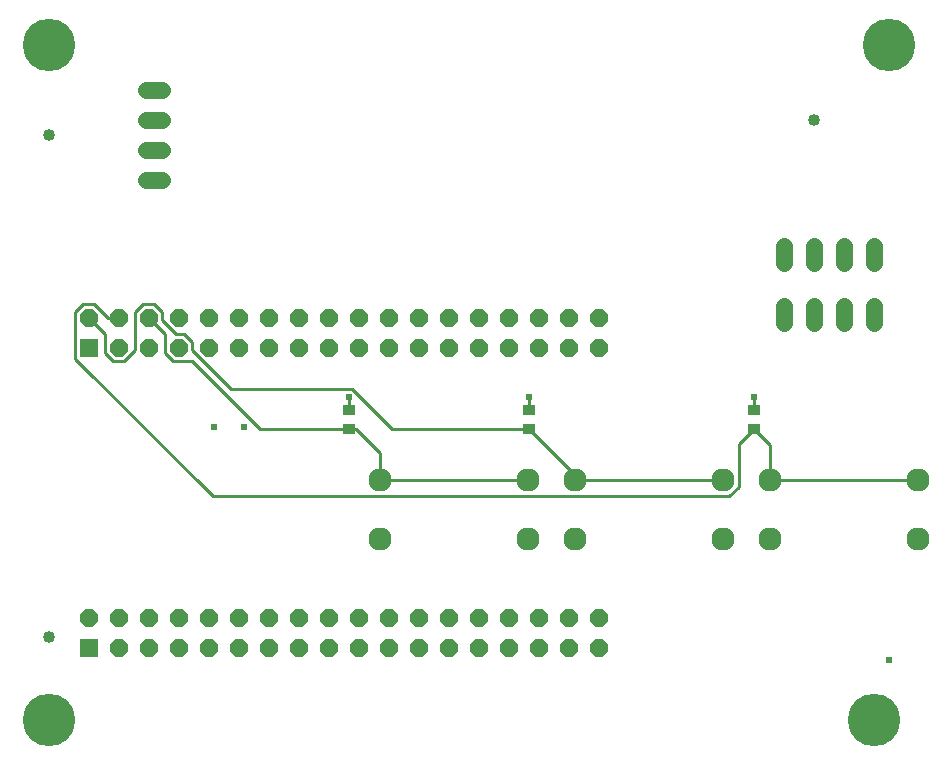
<source format=gbr>
G04 EAGLE Gerber RS-274X export*
G75*
%MOMM*%
%FSLAX34Y34*%
%LPD*%
%INBottom Copper*%
%IPPOS*%
%AMOC8*
5,1,8,0,0,1.08239X$1,22.5*%
G01*
%ADD10C,1.016000*%
%ADD11C,4.445000*%
%ADD12R,1.031241X0.949959*%
%ADD13C,1.960000*%
%ADD14R,1.524000X1.524000*%
%ADD15P,1.649562X8X22.500000*%
%ADD16C,1.422400*%
%ADD17C,0.609600*%
%ADD18C,0.254000*%


D10*
X63500Y539750D03*
X63500Y114300D03*
X711200Y552450D03*
D11*
X762000Y44450D03*
X63500Y44450D03*
X774700Y615950D03*
X63500Y615950D03*
D12*
X660400Y290449D03*
X660400Y306451D03*
X469900Y290449D03*
X469900Y306451D03*
X317500Y290449D03*
X317500Y306451D03*
D13*
X799100Y197250D03*
X799100Y247250D03*
X674100Y247250D03*
X674100Y197250D03*
X634000Y197250D03*
X634000Y247250D03*
X509000Y247250D03*
X509000Y197250D03*
X468900Y197250D03*
X468900Y247250D03*
X343900Y247250D03*
X343900Y197250D03*
D14*
X97200Y105150D03*
D15*
X97200Y130550D03*
X122600Y105150D03*
X122600Y130550D03*
X148000Y105150D03*
X148000Y130550D03*
X173400Y105150D03*
X173400Y130550D03*
X198800Y105150D03*
X198800Y130550D03*
X224200Y105150D03*
X224200Y130550D03*
X249600Y105150D03*
X249600Y130550D03*
X275000Y105150D03*
X275000Y130550D03*
X300400Y105150D03*
X300400Y130550D03*
X325800Y105150D03*
X325800Y130550D03*
X351200Y105150D03*
X351200Y130550D03*
X376600Y105150D03*
X376600Y130550D03*
X402000Y105150D03*
X402000Y130550D03*
X427400Y105150D03*
X427400Y130550D03*
X452800Y105150D03*
X452800Y130550D03*
X478200Y105150D03*
X478200Y130550D03*
X503600Y105150D03*
X503600Y130550D03*
X529000Y105150D03*
X529000Y130550D03*
D14*
X97200Y359150D03*
D15*
X97200Y384550D03*
X122600Y359150D03*
X122600Y384550D03*
X148000Y359150D03*
X148000Y384550D03*
X173400Y359150D03*
X173400Y384550D03*
X198800Y359150D03*
X198800Y384550D03*
X224200Y359150D03*
X224200Y384550D03*
X249600Y359150D03*
X249600Y384550D03*
X275000Y359150D03*
X275000Y384550D03*
X300400Y359150D03*
X300400Y384550D03*
X325800Y359150D03*
X325800Y384550D03*
X351200Y359150D03*
X351200Y384550D03*
X376600Y359150D03*
X376600Y384550D03*
X402000Y359150D03*
X402000Y384550D03*
X427400Y359150D03*
X427400Y384550D03*
X452800Y359150D03*
X452800Y384550D03*
X478200Y359150D03*
X478200Y384550D03*
X503600Y359150D03*
X503600Y384550D03*
X529000Y359150D03*
X529000Y384550D03*
D16*
X685800Y431038D02*
X685800Y445262D01*
X711200Y445262D02*
X711200Y431038D01*
X736600Y431038D02*
X736600Y445262D01*
X762000Y445262D02*
X762000Y431038D01*
X685800Y394462D02*
X685800Y380238D01*
X711200Y380238D02*
X711200Y394462D01*
X736600Y394462D02*
X736600Y380238D01*
X762000Y380238D02*
X762000Y394462D01*
X159512Y577850D02*
X145288Y577850D01*
X145288Y552450D02*
X159512Y552450D01*
X159512Y527050D02*
X145288Y527050D01*
X145288Y501650D02*
X159512Y501650D01*
D17*
X203200Y292100D03*
X228600Y292100D03*
D18*
X317500Y306451D02*
X317500Y317500D01*
D17*
X317500Y317500D03*
D18*
X469900Y317500D02*
X469900Y306451D01*
D17*
X469900Y317500D03*
D18*
X660400Y317500D02*
X660400Y306451D01*
D17*
X660400Y317500D03*
X774700Y95250D03*
D18*
X343900Y270399D02*
X323850Y290449D01*
X317500Y290449D01*
X343900Y270399D02*
X343900Y247250D01*
X317500Y290449D02*
X242101Y290449D01*
X168666Y347720D02*
X161970Y354416D01*
X184830Y347720D02*
X242101Y290449D01*
X161970Y370580D02*
X148000Y384550D01*
X168666Y347720D02*
X184830Y347720D01*
X161970Y354416D02*
X161970Y370580D01*
X343900Y247250D02*
X468900Y247250D01*
X674100Y247250D02*
X799100Y247250D01*
X674100Y276749D02*
X660400Y290449D01*
X674100Y276749D02*
X674100Y247250D01*
X647610Y241613D02*
X639638Y233640D01*
X92466Y395980D02*
X85770Y389285D01*
X92466Y395980D02*
X101935Y395980D01*
X113365Y384550D01*
X122600Y384550D01*
X85770Y389285D02*
X85770Y349952D01*
X647610Y277659D02*
X660400Y290449D01*
X647610Y277659D02*
X647610Y241613D01*
X639638Y233640D02*
X202082Y233640D01*
X85770Y349952D01*
X469900Y290449D02*
X509000Y251349D01*
X509000Y247650D01*
X509000Y247250D01*
X509400Y247250D02*
X634000Y247250D01*
X509400Y247250D02*
X509000Y247650D01*
X184830Y363885D02*
X178135Y370580D01*
X159430Y389285D02*
X152735Y395980D01*
X143266Y395980D01*
X136570Y389285D01*
X111170Y370580D02*
X97200Y384550D01*
X111170Y370580D02*
X111170Y354416D01*
X184830Y356956D02*
X217428Y324358D01*
X184830Y356956D02*
X184830Y363885D01*
X178135Y370580D02*
X171206Y370580D01*
X159430Y382356D01*
X159430Y389285D01*
X217428Y324358D02*
X320341Y324358D01*
X354250Y290449D02*
X469900Y290449D01*
X354250Y290449D02*
X320341Y324358D01*
X136570Y356956D02*
X127335Y347720D01*
X117866Y347720D01*
X111170Y354416D01*
X136570Y356956D02*
X136570Y389285D01*
M02*

</source>
